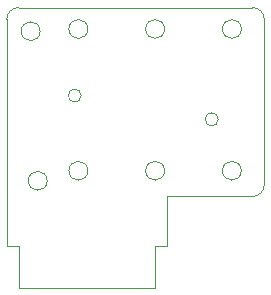
<source format=gm1>
%TF.GenerationSoftware,KiCad,Pcbnew,9.0.3*%
%TF.CreationDate,2025-08-07T08:56:10+03:00*%
%TF.ProjectId,Battery,42617474-6572-4792-9e6b-696361645f70,rev?*%
%TF.SameCoordinates,Original*%
%TF.FileFunction,Profile,NP*%
%FSLAX46Y46*%
G04 Gerber Fmt 4.6, Leading zero omitted, Abs format (unit mm)*
G04 Created by KiCad (PCBNEW 9.0.3) date 2025-08-07 08:56:10*
%MOMM*%
%LPD*%
G01*
G04 APERTURE LIST*
%TA.AperFunction,Profile*%
%ADD10C,0.050000*%
%TD*%
G04 APERTURE END LIST*
D10*
X154800000Y-84700000D02*
G75*
G02*
X153800000Y-85700000I-1000000J0D01*
G01*
X153800000Y-69700000D02*
G75*
G02*
X154800000Y-70700000I0J-1000000D01*
G01*
X145540000Y-93420000D02*
X134000000Y-93420000D01*
X136425000Y-84367000D02*
G75*
G02*
X134825000Y-84367000I-800000J0D01*
G01*
X134825000Y-84367000D02*
G75*
G02*
X136425000Y-84367000I800000J0D01*
G01*
X153800000Y-85700000D02*
X146540000Y-85700000D01*
X134000000Y-89930000D02*
X133000000Y-89930000D01*
X139860000Y-83520000D02*
G75*
G02*
X138260000Y-83520000I-800000J0D01*
G01*
X138260000Y-83520000D02*
G75*
G02*
X139860000Y-83520000I800000J0D01*
G01*
X154800000Y-84700000D02*
X154800000Y-70700000D01*
X152860000Y-71520000D02*
G75*
G02*
X151260000Y-71520000I-800000J0D01*
G01*
X151260000Y-71520000D02*
G75*
G02*
X152860000Y-71520000I800000J0D01*
G01*
X135827000Y-71710000D02*
G75*
G02*
X134227000Y-71710000I-800000J0D01*
G01*
X134227000Y-71710000D02*
G75*
G02*
X135827000Y-71710000I800000J0D01*
G01*
X146360000Y-71520000D02*
G75*
G02*
X144760000Y-71520000I-800000J0D01*
G01*
X144760000Y-71520000D02*
G75*
G02*
X146360000Y-71520000I800000J0D01*
G01*
X139860000Y-71520000D02*
G75*
G02*
X138260000Y-71520000I-800000J0D01*
G01*
X138260000Y-71520000D02*
G75*
G02*
X139860000Y-71520000I800000J0D01*
G01*
X146540000Y-89930000D02*
X146540000Y-85700000D01*
X146540000Y-89930000D02*
X145540000Y-89930000D01*
X145540000Y-89930000D02*
X145540000Y-93420000D01*
X133000000Y-70700000D02*
X133000000Y-89930000D01*
X133000000Y-70700000D02*
G75*
G02*
X134000000Y-69700000I1000000J0D01*
G01*
X152860000Y-83520000D02*
G75*
G02*
X151260000Y-83520000I-800000J0D01*
G01*
X151260000Y-83520000D02*
G75*
G02*
X152860000Y-83520000I800000J0D01*
G01*
X134000000Y-93420000D02*
X134000000Y-89930000D01*
X153800000Y-69700000D02*
X134000000Y-69700000D01*
X146360000Y-83520000D02*
G75*
G02*
X144760000Y-83520000I-800000J0D01*
G01*
X144760000Y-83520000D02*
G75*
G02*
X146360000Y-83520000I800000J0D01*
G01*
%TO.C,Connector_Battery1*%
X150902178Y-79162177D02*
G75*
G02*
X149797822Y-79162177I-552178J0D01*
G01*
X149797822Y-79162177D02*
G75*
G02*
X150902178Y-79162177I552178J0D01*
G01*
X139304355Y-77150000D02*
G75*
G02*
X138199999Y-77150000I-552178J0D01*
G01*
X138199999Y-77150000D02*
G75*
G02*
X139304355Y-77150000I552178J0D01*
G01*
%TD*%
M02*

</source>
